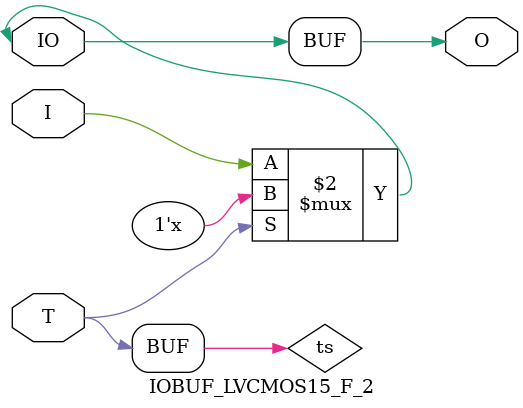
<source format=v>

/*

FUNCTION    : INPUT TRI-STATE OUTPUT BUFFER

*/

`celldefine
`timescale  100 ps / 10 ps

module IOBUF_LVCMOS15_F_2 (O, IO, I, T);

    output O;

    inout  IO;

    input  I, T;

    or O1 (ts, 1'b0, T);
    bufif0 T1 (IO, I, ts);

    buf B1 (O, IO);

endmodule

</source>
